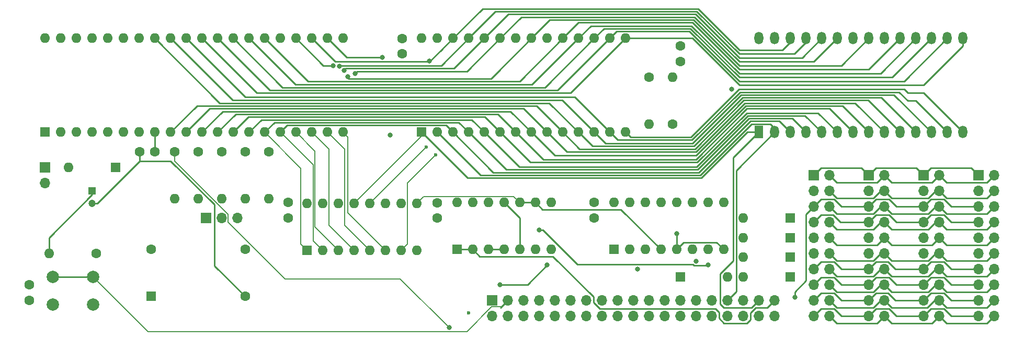
<source format=gbl>
%TF.GenerationSoftware,KiCad,Pcbnew,(5.1.9-0-10_14)*%
%TF.CreationDate,2021-04-28T18:12:29+02:00*%
%TF.ProjectId,mainboard,6d61696e-626f-4617-9264-2e6b69636164,rev?*%
%TF.SameCoordinates,Original*%
%TF.FileFunction,Copper,L4,Bot*%
%TF.FilePolarity,Positive*%
%FSLAX46Y46*%
G04 Gerber Fmt 4.6, Leading zero omitted, Abs format (unit mm)*
G04 Created by KiCad (PCBNEW (5.1.9-0-10_14)) date 2021-04-28 18:12:29*
%MOMM*%
%LPD*%
G01*
G04 APERTURE LIST*
%TA.AperFunction,ComponentPad*%
%ADD10O,1.600000X1.600000*%
%TD*%
%TA.AperFunction,ComponentPad*%
%ADD11R,1.600000X1.600000*%
%TD*%
%TA.AperFunction,ComponentPad*%
%ADD12O,1.700000X1.700000*%
%TD*%
%TA.AperFunction,ComponentPad*%
%ADD13R,1.700000X1.700000*%
%TD*%
%TA.AperFunction,ComponentPad*%
%ADD14C,1.600000*%
%TD*%
%TA.AperFunction,ComponentPad*%
%ADD15O,1.440000X2.000000*%
%TD*%
%TA.AperFunction,ComponentPad*%
%ADD16R,1.440000X2.000000*%
%TD*%
%TA.AperFunction,ComponentPad*%
%ADD17C,1.200000*%
%TD*%
%TA.AperFunction,ComponentPad*%
%ADD18R,1.200000X1.200000*%
%TD*%
%TA.AperFunction,ComponentPad*%
%ADD19C,2.000000*%
%TD*%
%TA.AperFunction,ViaPad*%
%ADD20C,0.800000*%
%TD*%
%TA.AperFunction,ViaPad*%
%ADD21C,0.600000*%
%TD*%
%TA.AperFunction,Conductor*%
%ADD22C,0.250000*%
%TD*%
%TA.AperFunction,Conductor*%
%ADD23C,0.140000*%
%TD*%
G04 APERTURE END LIST*
D10*
%TO.P,U5,16*%
%TO.N,VCC*%
X202438000Y94488000D03*
%TO.P,U5,8*%
%TO.N,GND*%
X220218000Y86868000D03*
%TO.P,U5,15*%
%TO.N,VCC*%
X204978000Y94488000D03*
%TO.P,U5,7*%
%TO.N,/a12*%
X217678000Y86868000D03*
%TO.P,U5,14*%
%TO.N,VCC*%
X207518000Y94488000D03*
%TO.P,U5,6*%
%TO.N,/a11*%
X215138000Y86868000D03*
%TO.P,U5,13*%
%TO.N,/a14*%
X210058000Y94488000D03*
%TO.P,U5,5*%
%TO.N,/a10*%
X212598000Y86868000D03*
%TO.P,U5,12*%
%TO.N,/a13*%
X212598000Y94488000D03*
%TO.P,U5,4*%
%TO.N,/a9*%
X210058000Y86868000D03*
%TO.P,U5,11*%
%TO.N,VCC*%
X215138000Y94488000D03*
%TO.P,U5,3*%
%TO.N,/a8*%
X207518000Y86868000D03*
%TO.P,U5,10*%
%TO.N,VCC*%
X217678000Y94488000D03*
%TO.P,U5,2*%
%TO.N,/a7*%
X204978000Y86868000D03*
%TO.P,U5,9*%
%TO.N,Net-(U3-Pad10)*%
X220218000Y94488000D03*
D11*
%TO.P,U5,1*%
%TO.N,/a6*%
X202438000Y86868000D03*
%TD*%
D10*
%TO.P,U3,14*%
%TO.N,VCC*%
X226695000Y94615000D03*
%TO.P,U3,7*%
%TO.N,GND*%
X241935000Y86995000D03*
%TO.P,U3,13*%
%TO.N,PHI1*%
X229235000Y94615000D03*
%TO.P,U3,6*%
%TO.N,RAM_CSB*%
X239395000Y86995000D03*
%TO.P,U3,12*%
%TO.N,BE*%
X231775000Y94615000D03*
%TO.P,U3,5*%
%TO.N,Net-(U3-Pad11)*%
X236855000Y86995000D03*
%TO.P,U3,11*%
X234315000Y94615000D03*
%TO.P,U3,4*%
%TO.N,ROM_CSB*%
X234315000Y86995000D03*
%TO.P,U3,10*%
%TO.N,Net-(U3-Pad10)*%
X236855000Y94615000D03*
%TO.P,U3,3*%
%TO.N,ROM_CSB*%
X231775000Y86995000D03*
%TO.P,U3,9*%
%TO.N,Net-(U3-Pad10)*%
X239395000Y94615000D03*
%TO.P,U3,2*%
%TO.N,/a15*%
X229235000Y86995000D03*
%TO.P,U3,8*%
%TO.N,RAM_OEB*%
X241935000Y94615000D03*
D11*
%TO.P,U3,1*%
%TO.N,/a15*%
X226695000Y86995000D03*
%TD*%
D12*
%TO.P,J1,20*%
%TO.N,/d7*%
X287020000Y76200000D03*
%TO.P,J1,19*%
%TO.N,/a3*%
X284480000Y76200000D03*
%TO.P,J1,18*%
%TO.N,/d6*%
X287020000Y78740000D03*
%TO.P,J1,17*%
%TO.N,/a2*%
X284480000Y78740000D03*
%TO.P,J1,16*%
%TO.N,/d5*%
X287020000Y81280000D03*
%TO.P,J1,15*%
%TO.N,/a1*%
X284480000Y81280000D03*
%TO.P,J1,14*%
%TO.N,/d4*%
X287020000Y83820000D03*
%TO.P,J1,13*%
%TO.N,/a0*%
X284480000Y83820000D03*
%TO.P,J1,12*%
%TO.N,/d3*%
X287020000Y86360000D03*
%TO.P,J1,11*%
%TO.N,N/C*%
X284480000Y86360000D03*
%TO.P,J1,10*%
%TO.N,/d2*%
X287020000Y88900000D03*
%TO.P,J1,9*%
%TO.N,IRQ1*%
X284480000Y88900000D03*
%TO.P,J1,8*%
%TO.N,/d1*%
X287020000Y91440000D03*
%TO.P,J1,7*%
%TO.N,PHI2*%
X284480000Y91440000D03*
%TO.P,J1,6*%
%TO.N,/d0*%
X287020000Y93980000D03*
%TO.P,J1,5*%
%TO.N,RES*%
X284480000Y93980000D03*
%TO.P,J1,4*%
%TO.N,RW*%
X287020000Y96520000D03*
%TO.P,J1,3*%
%TO.N,IO1*%
X284480000Y96520000D03*
%TO.P,J1,2*%
%TO.N,GND*%
X287020000Y99060000D03*
D13*
%TO.P,J1,1*%
%TO.N,VCC*%
X284480000Y99060000D03*
%TD*%
D10*
%TO.P,R5,2*%
%TO.N,VCC*%
X196215000Y95250000D03*
D14*
%TO.P,R5,1*%
%TO.N,RW*%
X196215000Y102870000D03*
%TD*%
D12*
%TO.P,J2,20*%
%TO.N,/d7*%
X295910000Y76200000D03*
%TO.P,J2,19*%
%TO.N,/a3*%
X293370000Y76200000D03*
%TO.P,J2,18*%
%TO.N,/d6*%
X295910000Y78740000D03*
%TO.P,J2,17*%
%TO.N,/a2*%
X293370000Y78740000D03*
%TO.P,J2,16*%
%TO.N,/d5*%
X295910000Y81280000D03*
%TO.P,J2,15*%
%TO.N,/a1*%
X293370000Y81280000D03*
%TO.P,J2,14*%
%TO.N,/d4*%
X295910000Y83820000D03*
%TO.P,J2,13*%
%TO.N,/a0*%
X293370000Y83820000D03*
%TO.P,J2,12*%
%TO.N,/d3*%
X295910000Y86360000D03*
%TO.P,J2,11*%
%TO.N,N/C*%
X293370000Y86360000D03*
%TO.P,J2,10*%
%TO.N,/d2*%
X295910000Y88900000D03*
%TO.P,J2,9*%
%TO.N,IRQ2*%
X293370000Y88900000D03*
%TO.P,J2,8*%
%TO.N,/d1*%
X295910000Y91440000D03*
%TO.P,J2,7*%
%TO.N,PHI2*%
X293370000Y91440000D03*
%TO.P,J2,6*%
%TO.N,/d0*%
X295910000Y93980000D03*
%TO.P,J2,5*%
%TO.N,RES*%
X293370000Y93980000D03*
%TO.P,J2,4*%
%TO.N,RW*%
X295910000Y96520000D03*
%TO.P,J2,3*%
%TO.N,IO2*%
X293370000Y96520000D03*
%TO.P,J2,2*%
%TO.N,GND*%
X295910000Y99060000D03*
D13*
%TO.P,J2,1*%
%TO.N,VCC*%
X293370000Y99060000D03*
%TD*%
D10*
%TO.P,D5,2*%
%TO.N,IRQ*%
X273050000Y82550000D03*
D11*
%TO.P,D5,1*%
%TO.N,IRQ4*%
X280670000Y82550000D03*
%TD*%
D10*
%TO.P,R8,2*%
%TO.N,ROM_WEB*%
X257810000Y107315000D03*
D14*
%TO.P,R8,1*%
%TO.N,VCC*%
X257810000Y114935000D03*
%TD*%
D10*
%TO.P,R7,2*%
%TO.N,GND*%
X261620000Y114935000D03*
D14*
%TO.P,R7,1*%
%TO.N,ROM_OEB*%
X261620000Y107315000D03*
%TD*%
D10*
%TO.P,R6,2*%
%TO.N,VCC*%
X192405000Y95250000D03*
D14*
%TO.P,R6,1*%
%TO.N,BE*%
X192405000Y102870000D03*
%TD*%
D10*
%TO.P,R4,2*%
%TO.N,VCC*%
X184785000Y95250000D03*
D14*
%TO.P,R4,1*%
%TO.N,IRQ*%
X184785000Y102870000D03*
%TD*%
D12*
%TO.P,J6,38*%
%TO.N,/d7*%
X278130000Y76200000D03*
%TO.P,J6,37*%
%TO.N,/a15*%
X278130000Y78740000D03*
%TO.P,J6,36*%
%TO.N,/d6*%
X275590000Y76200000D03*
%TO.P,J6,35*%
%TO.N,/a14*%
X275590000Y78740000D03*
%TO.P,J6,34*%
%TO.N,/d5*%
X273050000Y76200000D03*
%TO.P,J6,33*%
%TO.N,/a13*%
X273050000Y78740000D03*
%TO.P,J6,32*%
%TO.N,/d4*%
X270510000Y76200000D03*
%TO.P,J6,31*%
%TO.N,/a12*%
X270510000Y78740000D03*
%TO.P,J6,30*%
%TO.N,/d3*%
X267970000Y76200000D03*
%TO.P,J6,29*%
%TO.N,/a11*%
X267970000Y78740000D03*
%TO.P,J6,28*%
%TO.N,/d2*%
X265430000Y76200000D03*
%TO.P,J6,27*%
%TO.N,/a10*%
X265430000Y78740000D03*
%TO.P,J6,26*%
%TO.N,/d1*%
X262890000Y76200000D03*
%TO.P,J6,25*%
%TO.N,/a9*%
X262890000Y78740000D03*
%TO.P,J6,24*%
%TO.N,/d0*%
X260350000Y76200000D03*
%TO.P,J6,23*%
%TO.N,/a8*%
X260350000Y78740000D03*
%TO.P,J6,22*%
%TO.N,ROM_OEB*%
X257810000Y76200000D03*
%TO.P,J6,21*%
%TO.N,/a7*%
X257810000Y78740000D03*
%TO.P,J6,20*%
%TO.N,ROM_WEB*%
X255270000Y76200000D03*
%TO.P,J6,19*%
%TO.N,/a6*%
X255270000Y78740000D03*
%TO.P,J6,18*%
%TO.N,IRQ5*%
X252730000Y76200000D03*
%TO.P,J6,17*%
%TO.N,/a5*%
X252730000Y78740000D03*
%TO.P,J6,16*%
%TO.N,NMI*%
X250190000Y76200000D03*
%TO.P,J6,15*%
%TO.N,/a4*%
X250190000Y78740000D03*
%TO.P,J6,14*%
%TO.N,RDY*%
X247650000Y76200000D03*
%TO.P,J6,13*%
%TO.N,/a3*%
X247650000Y78740000D03*
%TO.P,J6,12*%
%TO.N,BE*%
X245110000Y76200000D03*
%TO.P,J6,11*%
%TO.N,/a2*%
X245110000Y78740000D03*
%TO.P,J6,10*%
%TO.N,SYNC*%
X242570000Y76200000D03*
%TO.P,J6,9*%
%TO.N,/a1*%
X242570000Y78740000D03*
%TO.P,J6,8*%
%TO.N,RW*%
X240030000Y76200000D03*
%TO.P,J6,7*%
%TO.N,/a0*%
X240030000Y78740000D03*
%TO.P,J6,6*%
%TO.N,PHI2*%
X237490000Y76200000D03*
%TO.P,J6,5*%
%TO.N,PHI1*%
X237490000Y78740000D03*
%TO.P,J6,4*%
%TO.N,CLK*%
X234950000Y76200000D03*
%TO.P,J6,3*%
%TO.N,RES*%
X234950000Y78740000D03*
%TO.P,J6,2*%
%TO.N,GND*%
X232410000Y76200000D03*
D13*
%TO.P,J6,1*%
%TO.N,VCC*%
X232410000Y78740000D03*
%TD*%
D10*
%TO.P,D6,2*%
%TO.N,IRQ*%
X270510000Y82550000D03*
D11*
%TO.P,D6,1*%
%TO.N,IRQ5*%
X262890000Y82550000D03*
%TD*%
D10*
%TO.P,D4,2*%
%TO.N,IRQ*%
X273050000Y85725000D03*
D11*
%TO.P,D4,1*%
%TO.N,IRQ3*%
X280670000Y85725000D03*
%TD*%
D10*
%TO.P,D3,2*%
%TO.N,IRQ*%
X273050000Y88900000D03*
D11*
%TO.P,D3,1*%
%TO.N,IRQ2*%
X280670000Y88900000D03*
%TD*%
D10*
%TO.P,D2,2*%
%TO.N,IRQ*%
X273050000Y92075000D03*
D11*
%TO.P,D2,1*%
%TO.N,IRQ1*%
X280670000Y92075000D03*
%TD*%
D14*
%TO.P,C5,2*%
%TO.N,GND*%
X199390000Y92115000D03*
%TO.P,C5,1*%
%TO.N,VCC*%
X199390000Y94615000D03*
%TD*%
D12*
%TO.P,J3,20*%
%TO.N,/d7*%
X304800000Y76200000D03*
%TO.P,J3,19*%
%TO.N,/a3*%
X302260000Y76200000D03*
%TO.P,J3,18*%
%TO.N,/d6*%
X304800000Y78740000D03*
%TO.P,J3,17*%
%TO.N,/a2*%
X302260000Y78740000D03*
%TO.P,J3,16*%
%TO.N,/d5*%
X304800000Y81280000D03*
%TO.P,J3,15*%
%TO.N,/a1*%
X302260000Y81280000D03*
%TO.P,J3,14*%
%TO.N,/d4*%
X304800000Y83820000D03*
%TO.P,J3,13*%
%TO.N,/a0*%
X302260000Y83820000D03*
%TO.P,J3,12*%
%TO.N,/d3*%
X304800000Y86360000D03*
%TO.P,J3,11*%
%TO.N,N/C*%
X302260000Y86360000D03*
%TO.P,J3,10*%
%TO.N,/d2*%
X304800000Y88900000D03*
%TO.P,J3,9*%
%TO.N,IRQ3*%
X302260000Y88900000D03*
%TO.P,J3,8*%
%TO.N,/d1*%
X304800000Y91440000D03*
%TO.P,J3,7*%
%TO.N,PHI2*%
X302260000Y91440000D03*
%TO.P,J3,6*%
%TO.N,/d0*%
X304800000Y93980000D03*
%TO.P,J3,5*%
%TO.N,RES*%
X302260000Y93980000D03*
%TO.P,J3,4*%
%TO.N,RW*%
X304800000Y96520000D03*
%TO.P,J3,3*%
%TO.N,IO3*%
X302260000Y96520000D03*
%TO.P,J3,2*%
%TO.N,GND*%
X304800000Y99060000D03*
D13*
%TO.P,J3,1*%
%TO.N,VCC*%
X302260000Y99060000D03*
%TD*%
D15*
%TO.P,U7,15*%
%TO.N,/d3*%
X308610000Y121285000D03*
%TO.P,U7,14*%
%TO.N,GND*%
X308610000Y106045000D03*
%TO.P,U7,16*%
%TO.N,/d4*%
X306070000Y121285000D03*
%TO.P,U7,13*%
%TO.N,/d2*%
X306070000Y106045000D03*
%TO.P,U7,17*%
%TO.N,/d5*%
X303530000Y121285000D03*
%TO.P,U7,12*%
%TO.N,/d1*%
X303530000Y106045000D03*
%TO.P,U7,18*%
%TO.N,/d6*%
X300990000Y121285000D03*
%TO.P,U7,11*%
%TO.N,/d0*%
X300990000Y106045000D03*
%TO.P,U7,19*%
%TO.N,/d7*%
X298450000Y121285000D03*
%TO.P,U7,10*%
%TO.N,/a0*%
X298450000Y106045000D03*
%TO.P,U7,20*%
%TO.N,ROM_CSB*%
X295910000Y121285000D03*
%TO.P,U7,9*%
%TO.N,/a1*%
X295910000Y106045000D03*
%TO.P,U7,21*%
%TO.N,/a10*%
X293370000Y121285000D03*
%TO.P,U7,8*%
%TO.N,/a2*%
X293370000Y106045000D03*
%TO.P,U7,22*%
%TO.N,ROM_OEB*%
X290830000Y121285000D03*
%TO.P,U7,7*%
%TO.N,/a3*%
X290830000Y106045000D03*
%TO.P,U7,23*%
%TO.N,/a11*%
X288290000Y121285000D03*
%TO.P,U7,6*%
%TO.N,/a4*%
X288290000Y106045000D03*
%TO.P,U7,24*%
%TO.N,/a9*%
X285750000Y121285000D03*
%TO.P,U7,5*%
%TO.N,/a5*%
X285750000Y106045000D03*
%TO.P,U7,25*%
%TO.N,/a8*%
X283210000Y121285000D03*
%TO.P,U7,4*%
%TO.N,/a6*%
X283210000Y106045000D03*
%TO.P,U7,26*%
%TO.N,/a13*%
X280670000Y121285000D03*
%TO.P,U7,3*%
%TO.N,/a7*%
X280670000Y106045000D03*
%TO.P,U7,27*%
%TO.N,ROM_WEB*%
X278130000Y121285000D03*
%TO.P,U7,2*%
%TO.N,/a12*%
X278130000Y106045000D03*
%TO.P,U7,28*%
%TO.N,VCC*%
X275590000Y121285000D03*
D16*
%TO.P,U7,1*%
%TO.N,/a14*%
X275590000Y106045000D03*
%TD*%
D10*
%TO.P,U6,28*%
%TO.N,VCC*%
X220980000Y121285000D03*
%TO.P,U6,14*%
%TO.N,GND*%
X254000000Y106045000D03*
%TO.P,U6,27*%
%TO.N,RW*%
X223520000Y121285000D03*
%TO.P,U6,13*%
%TO.N,/d2*%
X251460000Y106045000D03*
%TO.P,U6,26*%
%TO.N,/a13*%
X226060000Y121285000D03*
%TO.P,U6,12*%
%TO.N,/d1*%
X248920000Y106045000D03*
%TO.P,U6,25*%
%TO.N,/a8*%
X228600000Y121285000D03*
%TO.P,U6,11*%
%TO.N,/d0*%
X246380000Y106045000D03*
%TO.P,U6,24*%
%TO.N,/a9*%
X231140000Y121285000D03*
%TO.P,U6,10*%
%TO.N,/a0*%
X243840000Y106045000D03*
%TO.P,U6,23*%
%TO.N,/a11*%
X233680000Y121285000D03*
%TO.P,U6,9*%
%TO.N,/a1*%
X241300000Y106045000D03*
%TO.P,U6,22*%
%TO.N,RAM_OEB*%
X236220000Y121285000D03*
%TO.P,U6,8*%
%TO.N,/a2*%
X238760000Y106045000D03*
%TO.P,U6,21*%
%TO.N,/a10*%
X238760000Y121285000D03*
%TO.P,U6,7*%
%TO.N,/a3*%
X236220000Y106045000D03*
%TO.P,U6,20*%
%TO.N,RAM_CSB*%
X241300000Y121285000D03*
%TO.P,U6,6*%
%TO.N,/a4*%
X233680000Y106045000D03*
%TO.P,U6,19*%
%TO.N,/d7*%
X243840000Y121285000D03*
%TO.P,U6,5*%
%TO.N,/a5*%
X231140000Y106045000D03*
%TO.P,U6,18*%
%TO.N,/d6*%
X246380000Y121285000D03*
%TO.P,U6,4*%
%TO.N,/a6*%
X228600000Y106045000D03*
%TO.P,U6,17*%
%TO.N,/d5*%
X248920000Y121285000D03*
%TO.P,U6,3*%
%TO.N,/a7*%
X226060000Y106045000D03*
%TO.P,U6,16*%
%TO.N,/d4*%
X251460000Y121285000D03*
%TO.P,U6,2*%
%TO.N,/a12*%
X223520000Y106045000D03*
%TO.P,U6,15*%
%TO.N,/d3*%
X254000000Y121285000D03*
D11*
%TO.P,U6,1*%
%TO.N,/a14*%
X220980000Y106045000D03*
%TD*%
D10*
%TO.P,R3,2*%
%TO.N,VCC*%
X188595000Y95250000D03*
D14*
%TO.P,R3,1*%
%TO.N,NMI*%
X188595000Y102870000D03*
%TD*%
D12*
%TO.P,J5,2*%
%TO.N,GND*%
X160020000Y97790000D03*
D13*
%TO.P,J5,1*%
%TO.N,Net-(D1-Pad2)*%
X160020000Y100330000D03*
%TD*%
D10*
%TO.P,D1,2*%
%TO.N,Net-(D1-Pad2)*%
X163830000Y100330000D03*
D11*
%TO.P,D1,1*%
%TO.N,VCC*%
X171450000Y100330000D03*
%TD*%
D17*
%TO.P,C8,2*%
%TO.N,GND*%
X167640000Y94520000D03*
D18*
%TO.P,C8,1*%
%TO.N,VCC*%
X167640000Y96520000D03*
%TD*%
D14*
%TO.P,C7,2*%
%TO.N,GND*%
X248920000Y92115000D03*
%TO.P,C7,1*%
%TO.N,VCC*%
X248920000Y94615000D03*
%TD*%
%TO.P,C6,2*%
%TO.N,GND*%
X223520000Y92075000D03*
%TO.P,C6,1*%
%TO.N,VCC*%
X223520000Y94575000D03*
%TD*%
%TO.P,C4,2*%
%TO.N,GND*%
X262890000Y117515000D03*
%TO.P,C4,1*%
%TO.N,VCC*%
X262890000Y120015000D03*
%TD*%
%TO.P,C3,2*%
%TO.N,GND*%
X217805000Y118745000D03*
%TO.P,C3,1*%
%TO.N,VCC*%
X217805000Y121245000D03*
%TD*%
%TO.P,C2,2*%
%TO.N,GND*%
X175300000Y102870000D03*
%TO.P,C2,1*%
%TO.N,VCC*%
X177800000Y102870000D03*
%TD*%
%TO.P,C1,1*%
%TO.N,GND*%
X157480000Y78740000D03*
%TO.P,C1,2*%
%TO.N,RES*%
X157480000Y81240000D03*
%TD*%
%TO.P,R1,1*%
%TO.N,RDY*%
X180975000Y102870000D03*
D10*
%TO.P,R1,2*%
%TO.N,VCC*%
X180975000Y95250000D03*
%TD*%
%TO.P,R2,2*%
%TO.N,VCC*%
X160655000Y86360000D03*
D14*
%TO.P,R2,1*%
%TO.N,RES*%
X168275000Y86360000D03*
%TD*%
D19*
%TO.P,SW1,2*%
%TO.N,GND*%
X161290000Y78050000D03*
%TO.P,SW1,1*%
%TO.N,RES*%
X161290000Y82550000D03*
%TO.P,SW1,2*%
%TO.N,GND*%
X167790000Y78050000D03*
%TO.P,SW1,1*%
%TO.N,RES*%
X167790000Y82550000D03*
%TD*%
D11*
%TO.P,U1,1*%
%TO.N,N/C*%
X160020000Y106045000D03*
D10*
%TO.P,U1,21*%
%TO.N,GND*%
X208280000Y121285000D03*
%TO.P,U1,2*%
%TO.N,RDY*%
X162560000Y106045000D03*
%TO.P,U1,22*%
%TO.N,/a12*%
X205740000Y121285000D03*
%TO.P,U1,3*%
%TO.N,PHI1*%
X165100000Y106045000D03*
%TO.P,U1,23*%
%TO.N,/a13*%
X203200000Y121285000D03*
%TO.P,U1,4*%
%TO.N,IRQ*%
X167640000Y106045000D03*
%TO.P,U1,24*%
%TO.N,/a14*%
X200660000Y121285000D03*
%TO.P,U1,5*%
%TO.N,N/C*%
X170180000Y106045000D03*
%TO.P,U1,25*%
%TO.N,/a15*%
X198120000Y121285000D03*
%TO.P,U1,6*%
%TO.N,NMI*%
X172720000Y106045000D03*
%TO.P,U1,26*%
%TO.N,/d7*%
X195580000Y121285000D03*
%TO.P,U1,7*%
%TO.N,SYNC*%
X175260000Y106045000D03*
%TO.P,U1,27*%
%TO.N,/d6*%
X193040000Y121285000D03*
%TO.P,U1,8*%
%TO.N,VCC*%
X177800000Y106045000D03*
%TO.P,U1,28*%
%TO.N,/d5*%
X190500000Y121285000D03*
%TO.P,U1,9*%
%TO.N,/a0*%
X180340000Y106045000D03*
%TO.P,U1,29*%
%TO.N,/d4*%
X187960000Y121285000D03*
%TO.P,U1,10*%
%TO.N,/a1*%
X182880000Y106045000D03*
%TO.P,U1,30*%
%TO.N,/d3*%
X185420000Y121285000D03*
%TO.P,U1,11*%
%TO.N,/a2*%
X185420000Y106045000D03*
%TO.P,U1,31*%
%TO.N,/d2*%
X182880000Y121285000D03*
%TO.P,U1,12*%
%TO.N,/a3*%
X187960000Y106045000D03*
%TO.P,U1,32*%
%TO.N,/d1*%
X180340000Y121285000D03*
%TO.P,U1,13*%
%TO.N,/a4*%
X190500000Y106045000D03*
%TO.P,U1,33*%
%TO.N,/d0*%
X177800000Y121285000D03*
%TO.P,U1,14*%
%TO.N,/a5*%
X193040000Y106045000D03*
%TO.P,U1,34*%
%TO.N,RW*%
X175260000Y121285000D03*
%TO.P,U1,15*%
%TO.N,/a6*%
X195580000Y106045000D03*
%TO.P,U1,35*%
%TO.N,N/C*%
X172720000Y121285000D03*
%TO.P,U1,16*%
%TO.N,/a7*%
X198120000Y106045000D03*
%TO.P,U1,36*%
%TO.N,BE*%
X170180000Y121285000D03*
%TO.P,U1,17*%
%TO.N,/a8*%
X200660000Y106045000D03*
%TO.P,U1,37*%
%TO.N,CLK*%
X167640000Y121285000D03*
%TO.P,U1,18*%
%TO.N,/a9*%
X203200000Y106045000D03*
%TO.P,U1,38*%
%TO.N,N/C*%
X165100000Y121285000D03*
%TO.P,U1,19*%
%TO.N,/a10*%
X205740000Y106045000D03*
%TO.P,U1,39*%
%TO.N,PHI2*%
X162560000Y121285000D03*
%TO.P,U1,20*%
%TO.N,/a11*%
X208280000Y106045000D03*
%TO.P,U1,40*%
%TO.N,RES*%
X160020000Y121285000D03*
%TD*%
D11*
%TO.P,U4,1*%
%TO.N,/a4*%
X252095000Y86995000D03*
D10*
%TO.P,U4,9*%
%TO.N,IO3*%
X269875000Y94615000D03*
%TO.P,U4,2*%
%TO.N,/a5*%
X254635000Y86995000D03*
%TO.P,U4,10*%
%TO.N,IO2*%
X267335000Y94615000D03*
%TO.P,U4,3*%
%TO.N,/a6*%
X257175000Y86995000D03*
%TO.P,U4,11*%
%TO.N,IO1*%
X264795000Y94615000D03*
%TO.P,U4,4*%
%TO.N,Net-(U3-Pad10)*%
X259715000Y86995000D03*
%TO.P,U4,12*%
%TO.N,N/C*%
X262255000Y94615000D03*
%TO.P,U4,5*%
%TO.N,GND*%
X262255000Y86995000D03*
%TO.P,U4,13*%
%TO.N,N/C*%
X259715000Y94615000D03*
%TO.P,U4,6*%
%TO.N,ROM_CSB*%
X264795000Y86995000D03*
%TO.P,U4,14*%
%TO.N,N/C*%
X257175000Y94615000D03*
%TO.P,U4,7*%
%TO.N,IO4*%
X267335000Y86995000D03*
%TO.P,U4,15*%
%TO.N,N/C*%
X254635000Y94615000D03*
%TO.P,U4,8*%
%TO.N,GND*%
X269875000Y86995000D03*
%TO.P,U4,16*%
%TO.N,VCC*%
X252095000Y94615000D03*
%TD*%
D13*
%TO.P,J4,1*%
%TO.N,VCC*%
X311150000Y99060000D03*
D12*
%TO.P,J4,2*%
%TO.N,GND*%
X313690000Y99060000D03*
%TO.P,J4,3*%
%TO.N,IO4*%
X311150000Y96520000D03*
%TO.P,J4,4*%
%TO.N,RW*%
X313690000Y96520000D03*
%TO.P,J4,5*%
%TO.N,RES*%
X311150000Y93980000D03*
%TO.P,J4,6*%
%TO.N,/d0*%
X313690000Y93980000D03*
%TO.P,J4,7*%
%TO.N,PHI2*%
X311150000Y91440000D03*
%TO.P,J4,8*%
%TO.N,/d1*%
X313690000Y91440000D03*
%TO.P,J4,9*%
%TO.N,IRQ4*%
X311150000Y88900000D03*
%TO.P,J4,10*%
%TO.N,/d2*%
X313690000Y88900000D03*
%TO.P,J4,11*%
%TO.N,N/C*%
X311150000Y86360000D03*
%TO.P,J4,12*%
%TO.N,/d3*%
X313690000Y86360000D03*
%TO.P,J4,13*%
%TO.N,/a0*%
X311150000Y83820000D03*
%TO.P,J4,14*%
%TO.N,/d4*%
X313690000Y83820000D03*
%TO.P,J4,15*%
%TO.N,/a1*%
X311150000Y81280000D03*
%TO.P,J4,16*%
%TO.N,/d5*%
X313690000Y81280000D03*
%TO.P,J4,17*%
%TO.N,/a2*%
X311150000Y78740000D03*
%TO.P,J4,18*%
%TO.N,/d6*%
X313690000Y78740000D03*
%TO.P,J4,19*%
%TO.N,/a3*%
X311150000Y76200000D03*
%TO.P,J4,20*%
%TO.N,/d7*%
X313690000Y76200000D03*
%TD*%
D13*
%TO.P,J8,1*%
%TO.N,N/C*%
X186055000Y92075000D03*
D12*
%TO.P,J8,2*%
%TO.N,Net-(J8-Pad2)*%
X188595000Y92075000D03*
%TO.P,J8,3*%
%TO.N,CLK*%
X191135000Y92075000D03*
%TD*%
D11*
%TO.P,X1,1*%
%TO.N,N/C*%
X177165000Y79375000D03*
D14*
%TO.P,X1,14*%
%TO.N,VCC*%
X177165000Y86995000D03*
%TO.P,X1,8*%
%TO.N,Net-(J8-Pad2)*%
X192405000Y86995000D03*
%TO.P,X1,7*%
%TO.N,GND*%
X192405000Y79375000D03*
%TD*%
D20*
%TO.N,RES*%
X281417154Y79262846D03*
%TO.N,IRQ*%
X240030000Y90170000D03*
X267335000Y84455000D03*
D21*
%TO.N,NMI*%
X228600000Y76708000D03*
D20*
%TO.N,/a12*%
X214630000Y118200000D03*
D21*
X223266000Y102362000D03*
D20*
%TO.N,/a13*%
X222250000Y117565000D03*
D21*
X221742000Y103632000D03*
D20*
%TO.N,/a14*%
X206633641Y116855339D03*
%TO.N,/a8*%
X207645000Y116750000D03*
%TO.N,/a9*%
X208403836Y116098716D03*
%TO.N,/a10*%
X209005000Y115025000D03*
%TO.N,/a11*%
X210185000Y115570000D03*
%TO.N,GND*%
X262255000Y89535000D03*
X233680000Y81280000D03*
X241300000Y84455000D03*
%TO.N,ROM_OEB*%
X265430000Y85090000D03*
X271145000Y113030000D03*
%TO.N,ROM_WEB*%
X255905000Y83820000D03*
%TO.N,RDY*%
X225425000Y74295000D03*
%TO.N,PHI1*%
X215900000Y105590001D03*
%TD*%
D22*
%TO.N,RES*%
X167790000Y82550000D02*
X161290000Y82550000D01*
X307338590Y93980000D02*
X311150000Y93980000D01*
X305528589Y95155001D02*
X306703590Y93980000D01*
X303435001Y95155001D02*
X305528589Y95155001D01*
X302260000Y93980000D02*
X303435001Y95155001D01*
X297813590Y93980000D02*
X302260000Y93980000D01*
X294545001Y95155001D02*
X296638589Y95155001D01*
X296638589Y95155001D02*
X297813590Y93980000D01*
X293370000Y93980000D02*
X294545001Y95155001D01*
X288923590Y93980000D02*
X293370000Y93980000D01*
X287748589Y95155001D02*
X288923590Y93980000D01*
X285655001Y95155001D02*
X287748589Y95155001D01*
X284480000Y93980000D02*
X285655001Y95155001D01*
X306703590Y93980000D02*
X307338590Y93980000D01*
X283210000Y92710000D02*
X283210000Y81915000D01*
X284480000Y93980000D02*
X283210000Y92710000D01*
X281417154Y79262846D02*
X281417154Y80122154D01*
X281417154Y80122154D02*
X283210000Y81915000D01*
X234950000Y78740000D02*
X233774999Y77564999D01*
D23*
X233889999Y77679999D02*
X234950000Y78740000D01*
X232321197Y77679999D02*
X233889999Y77679999D01*
X176655001Y73684999D02*
X228326197Y73684999D01*
X228326197Y73684999D02*
X232321197Y77679999D01*
X167790000Y82550000D02*
X176655001Y73684999D01*
D22*
%TO.N,IRQ*%
X267244999Y84364999D02*
X267335000Y84455000D01*
X265081999Y84364999D02*
X267244999Y84364999D01*
X264901997Y84545001D02*
X265081999Y84364999D01*
X246220684Y84545001D02*
X264901997Y84545001D01*
X240595685Y90170000D02*
X246220684Y84545001D01*
X240030000Y90170000D02*
X240595685Y90170000D01*
%TO.N,/a0*%
X246564990Y103320010D02*
X243840000Y106045000D01*
X265233730Y103320010D02*
X246564990Y103320010D01*
X273118749Y111205029D02*
X265233730Y103320010D01*
X293289970Y111205030D02*
X273118749Y111205029D01*
X298450000Y106045000D02*
X293289970Y111205030D01*
X239564933Y110320067D02*
X243840000Y106045000D01*
X184615067Y110320067D02*
X239564933Y110320067D01*
X180340000Y106045000D02*
X184615067Y110320067D01*
X297649002Y83820000D02*
X302260000Y83820000D01*
X294545001Y84995001D02*
X296474001Y84995001D01*
X296474001Y84995001D02*
X297649002Y83820000D01*
X293370000Y83820000D02*
X294545001Y84995001D01*
X288923590Y83820000D02*
X293370000Y83820000D01*
X287748589Y84995001D02*
X288923590Y83820000D01*
X285655001Y84995001D02*
X287748589Y84995001D01*
X284480000Y83820000D02*
X285655001Y84995001D01*
X303435001Y84995001D02*
X302260000Y83820000D01*
X305528589Y84995001D02*
X303435001Y84995001D01*
X306703590Y83820000D02*
X305528589Y84995001D01*
X311150000Y83820000D02*
X306703590Y83820000D01*
%TO.N,/a1*%
X273305150Y110755020D02*
X291199980Y110755020D01*
X244475000Y102870000D02*
X265420130Y102870000D01*
X291199980Y110755020D02*
X295910000Y106045000D01*
X265420130Y102870000D02*
X273305150Y110755020D01*
X241300000Y106045000D02*
X244475000Y102870000D01*
X237474943Y109870057D02*
X241300000Y106045000D01*
X186705057Y109870057D02*
X237474943Y109870057D01*
X182880000Y106045000D02*
X186705057Y109870057D01*
X297813590Y81280000D02*
X302260000Y81280000D01*
X294545001Y82455001D02*
X296638589Y82455001D01*
X296638589Y82455001D02*
X297813590Y81280000D01*
X293370000Y81280000D02*
X294545001Y82455001D01*
X287748589Y82455001D02*
X288923590Y81280000D01*
X288923590Y81280000D02*
X293370000Y81280000D01*
X285655001Y82455001D02*
X287748589Y82455001D01*
X284480000Y81280000D02*
X285655001Y82455001D01*
X303435001Y82455001D02*
X302260000Y81280000D01*
X306703590Y81280000D02*
X305528589Y82455001D01*
X305528589Y82455001D02*
X303435001Y82455001D01*
X311150000Y81280000D02*
X306703590Y81280000D01*
%TO.N,/a2*%
X289109990Y110305010D02*
X293370000Y106045000D01*
X273491550Y110305010D02*
X289109990Y110305010D01*
X265421540Y102235000D02*
X273491550Y110305010D01*
X242570000Y102235000D02*
X265421540Y102235000D01*
X238760000Y106045000D02*
X242570000Y102235000D01*
X235384953Y109420047D02*
X238760000Y106045000D01*
X188795047Y109420047D02*
X235384953Y109420047D01*
X185420000Y106045000D02*
X188795047Y109420047D01*
X307338590Y78740000D02*
X311150000Y78740000D01*
X305528589Y79915001D02*
X306703590Y78740000D01*
X303435001Y79915001D02*
X305528589Y79915001D01*
X302260000Y78740000D02*
X303435001Y79915001D01*
X297649002Y78740000D02*
X302260000Y78740000D01*
X296474001Y79915001D02*
X297649002Y78740000D01*
X294545001Y79915001D02*
X296474001Y79915001D01*
X293370000Y78740000D02*
X294545001Y79915001D01*
X288923590Y78740000D02*
X293370000Y78740000D01*
X287748589Y79915001D02*
X288923590Y78740000D01*
X285655001Y79915001D02*
X287748589Y79915001D01*
X284480000Y78740000D02*
X285655001Y79915001D01*
X307338590Y78740000D02*
X306705000Y78740000D01*
%TO.N,/a3*%
X265422950Y101600000D02*
X240665000Y101600000D01*
X273677950Y109855000D02*
X265422950Y101600000D01*
X240665000Y101600000D02*
X236220000Y106045000D01*
X287020000Y109855000D02*
X273677950Y109855000D01*
X290830000Y106045000D02*
X287020000Y109855000D01*
X233294962Y108970038D02*
X236220000Y106045000D01*
X190885038Y108970038D02*
X233294962Y108970038D01*
X187960000Y106045000D02*
X190885038Y108970038D01*
X307338590Y76200000D02*
X311150000Y76200000D01*
X305528589Y77375001D02*
X306703590Y76200000D01*
X303435001Y77375001D02*
X305528589Y77375001D01*
X302260000Y76200000D02*
X303435001Y77375001D01*
X296638589Y77375001D02*
X297813590Y76200000D01*
X294545001Y77375001D02*
X296638589Y77375001D01*
X297813590Y76200000D02*
X302260000Y76200000D01*
X293370000Y76200000D02*
X294545001Y77375001D01*
X288923590Y76200000D02*
X293370000Y76200000D01*
X287748589Y77375001D02*
X288923590Y76200000D01*
X285655001Y77375001D02*
X287748589Y77375001D01*
X284480000Y76200000D02*
X285655001Y77375001D01*
X307338590Y76200000D02*
X306705000Y76200000D01*
%TO.N,RW*%
X304163590Y96520000D02*
X304800000Y96520000D01*
X302988589Y95344999D02*
X304163590Y96520000D01*
X297085001Y95344999D02*
X302988589Y95344999D01*
X295910000Y96520000D02*
X297085001Y95344999D01*
X295273590Y96520000D02*
X295910000Y96520000D01*
X294098589Y95344999D02*
X295273590Y96520000D01*
X288195001Y95344999D02*
X294098589Y95344999D01*
X287020000Y96520000D02*
X288195001Y95344999D01*
X305975001Y95344999D02*
X304800000Y96520000D01*
X312514999Y95344999D02*
X305975001Y95344999D01*
X313690000Y96520000D02*
X312514999Y95344999D01*
%TO.N,/d0*%
X265047330Y103770020D02*
X248654980Y103770020D01*
X272932348Y111655038D02*
X265047330Y103770020D01*
X248654980Y103770020D02*
X246380000Y106045000D01*
X272945040Y111655040D02*
X272945038Y111655038D01*
X295379960Y111655040D02*
X272945040Y111655040D01*
X272945038Y111655038D02*
X272932348Y111655038D01*
X300990000Y106045000D02*
X295379960Y111655040D01*
X177800000Y121285000D02*
X188314923Y110770077D01*
X241654923Y110770077D02*
X246380000Y106045000D01*
X188314923Y110770077D02*
X241654923Y110770077D01*
X304163590Y93980000D02*
X304800000Y93980000D01*
X302988589Y92804999D02*
X304163590Y93980000D01*
X297085001Y92804999D02*
X302988589Y92804999D01*
X295910000Y93980000D02*
X297085001Y92804999D01*
X295273590Y93980000D02*
X295910000Y93980000D01*
X294098589Y92804999D02*
X295273590Y93980000D01*
X288195001Y92804999D02*
X294098589Y92804999D01*
X287020000Y93980000D02*
X288195001Y92804999D01*
X305975001Y92804999D02*
X304800000Y93980000D01*
X312514999Y92804999D02*
X305975001Y92804999D01*
X313690000Y93980000D02*
X312514999Y92804999D01*
%TO.N,/d1*%
X297469950Y112105050D02*
X303530000Y106045000D01*
X248920000Y106045000D02*
X250744970Y104220030D01*
X262970030Y104220030D02*
X264860930Y104220030D01*
X250744970Y104220030D02*
X262970030Y104220030D01*
X262970030Y104220030D02*
X263338600Y104220030D01*
X272745950Y112105050D02*
X273395050Y112105050D01*
X273395050Y112105050D02*
X297469950Y112105050D01*
X264860930Y104220030D02*
X272745950Y112105050D01*
X190404913Y111220087D02*
X180340000Y121285000D01*
X243744913Y111220087D02*
X190404913Y111220087D01*
X248920000Y106045000D02*
X243744913Y111220087D01*
X302988589Y90264999D02*
X304163590Y91440000D01*
X304163590Y91440000D02*
X304800000Y91440000D01*
X297085001Y90264999D02*
X302988589Y90264999D01*
X295910000Y91440000D02*
X297085001Y90264999D01*
X295273590Y91440000D02*
X295910000Y91440000D01*
X294098589Y90264999D02*
X295273590Y91440000D01*
X288195001Y90264999D02*
X294098589Y90264999D01*
X287020000Y91440000D02*
X288195001Y90264999D01*
X312514999Y90264999D02*
X305975001Y90264999D01*
X305975001Y90264999D02*
X304800000Y91440000D01*
X313690000Y91440000D02*
X312514999Y90264999D01*
%TO.N,/d2*%
X182880000Y121285000D02*
X192405000Y111760000D01*
X245745000Y111760000D02*
X251460000Y106045000D01*
X192405000Y111760000D02*
X245745000Y111760000D01*
X300990000Y111125000D02*
X306070000Y106045000D01*
X298289940Y112555060D02*
X299720000Y111125000D01*
X272559550Y112555060D02*
X298289940Y112555060D01*
X264779490Y104775000D02*
X272559550Y112555060D01*
X252730000Y104775000D02*
X264779490Y104775000D01*
X299720000Y111125000D02*
X300990000Y111125000D01*
X251460000Y106045000D02*
X252730000Y104775000D01*
X303624999Y87724999D02*
X304800000Y88900000D01*
X297085001Y87724999D02*
X303624999Y87724999D01*
X295910000Y88900000D02*
X297085001Y87724999D01*
X294734999Y87724999D02*
X295910000Y88900000D01*
X288195001Y87724999D02*
X294734999Y87724999D01*
X287020000Y88900000D02*
X288195001Y87724999D01*
X312514999Y87724999D02*
X305975001Y87724999D01*
X305975001Y87724999D02*
X304800000Y88900000D01*
X313690000Y88900000D02*
X312514999Y87724999D01*
%TO.N,/d3*%
X264795000Y121285000D02*
X254000000Y121285000D01*
X302240000Y113665000D02*
X272415000Y113665000D01*
X308610000Y120035000D02*
X302240000Y113665000D01*
X272415000Y113665000D02*
X264795000Y121285000D01*
X308610000Y121285000D02*
X308610000Y120035000D01*
X185420000Y121285000D02*
X194310000Y112395000D01*
X245110000Y112395000D02*
X254000000Y121285000D01*
X194310000Y112395000D02*
X245110000Y112395000D01*
X304163590Y86360000D02*
X304800000Y86360000D01*
X297085001Y85184999D02*
X302988589Y85184999D01*
X302988589Y85184999D02*
X304163590Y86360000D01*
X295910000Y86360000D02*
X297085001Y85184999D01*
X295273590Y86360000D02*
X295910000Y86360000D01*
X294098589Y85184999D02*
X295273590Y86360000D01*
X288195001Y85184999D02*
X294098589Y85184999D01*
X287020000Y86360000D02*
X288195001Y85184999D01*
X305975001Y85184999D02*
X304800000Y86360000D01*
X312514999Y85184999D02*
X305975001Y85184999D01*
X313690000Y86360000D02*
X312514999Y85184999D01*
%TO.N,/d4*%
X306070000Y121285000D02*
X299085000Y114300000D01*
X272416410Y114300000D02*
X264796410Y121920000D01*
X299085000Y114300000D02*
X272416410Y114300000D01*
X264796410Y121920000D02*
X264795000Y121920000D01*
X252585001Y122410001D02*
X251460000Y121285000D01*
X264304999Y122410001D02*
X252585001Y122410001D01*
X264795000Y121920000D02*
X264304999Y122410001D01*
X251460000Y121285000D02*
X243020010Y112845010D01*
X196399990Y112845010D02*
X187960000Y121285000D01*
X243020010Y112845010D02*
X196399990Y112845010D01*
X312514999Y82644999D02*
X313690000Y83820000D01*
X304800000Y83820000D02*
X305975001Y82644999D01*
X304163590Y83820000D02*
X304800000Y83820000D01*
X297085001Y82644999D02*
X302988589Y82644999D01*
X302988589Y82644999D02*
X304163590Y83820000D01*
X295910000Y83820000D02*
X297085001Y82644999D01*
X294098589Y82644999D02*
X295273590Y83820000D01*
X295273590Y83820000D02*
X295910000Y83820000D01*
X288195001Y82644999D02*
X294098589Y82644999D01*
X287020000Y83820000D02*
X288195001Y82644999D01*
X306799999Y82644999D02*
X305975001Y82644999D01*
X306610001Y82644999D02*
X306799999Y82644999D01*
X306799999Y82644999D02*
X312514999Y82644999D01*
%TO.N,/d5*%
X303530000Y121285000D02*
X297180000Y114935000D01*
X297180000Y114935000D02*
X272417820Y114935000D01*
X250495010Y122860010D02*
X248920000Y121285000D01*
X264492810Y122860010D02*
X250495010Y122860010D01*
X272417820Y114935000D02*
X264492810Y122860010D01*
X190500000Y121285000D02*
X198489980Y113295020D01*
X240930020Y113295020D02*
X248920000Y121285000D01*
X198489980Y113295020D02*
X240930020Y113295020D01*
X304163590Y81280000D02*
X304800000Y81280000D01*
X302988589Y80104999D02*
X304163590Y81280000D01*
X297085001Y80104999D02*
X302988589Y80104999D01*
X295910000Y81280000D02*
X297085001Y80104999D01*
X295273590Y81280000D02*
X295910000Y81280000D01*
X294098589Y80104999D02*
X295273590Y81280000D01*
X288195001Y80104999D02*
X294098589Y80104999D01*
X287020000Y81280000D02*
X288195001Y80104999D01*
X305975001Y80104999D02*
X304800000Y81280000D01*
X312514999Y80104999D02*
X305975001Y80104999D01*
X313690000Y81280000D02*
X312514999Y80104999D01*
%TO.N,/d6*%
X300990000Y121285000D02*
X295275000Y115570000D01*
X295275000Y115570000D02*
X272419230Y115570000D01*
X272419230Y115570000D02*
X264679210Y123310020D01*
X248405020Y123310020D02*
X246380000Y121285000D01*
X264679210Y123310020D02*
X248405020Y123310020D01*
X246380000Y121285000D02*
X238840030Y113745030D01*
X200579970Y113745030D02*
X193040000Y121285000D01*
X238840030Y113745030D02*
X200579970Y113745030D01*
X302824001Y77564999D02*
X303999002Y78740000D01*
X303999002Y78740000D02*
X304800000Y78740000D01*
X297085001Y77564999D02*
X302824001Y77564999D01*
X295910000Y78740000D02*
X297085001Y77564999D01*
X295273590Y78740000D02*
X295910000Y78740000D01*
X294098589Y77564999D02*
X295273590Y78740000D01*
X288195001Y77564999D02*
X294098589Y77564999D01*
X287020000Y78740000D02*
X288195001Y77564999D01*
X305975001Y77564999D02*
X304800000Y78740000D01*
X312514999Y77564999D02*
X305975001Y77564999D01*
X313690000Y78740000D02*
X312514999Y77564999D01*
%TO.N,/d7*%
X298450000Y121285000D02*
X293370000Y116205000D01*
X293370000Y116205000D02*
X272420640Y116205000D01*
X272420640Y116205000D02*
X264800640Y123825000D01*
X246380000Y123825000D02*
X243840000Y121285000D01*
X264800640Y123825000D02*
X246380000Y123825000D01*
X236855000Y114300000D02*
X243840000Y121285000D01*
X202565000Y114300000D02*
X236855000Y114300000D01*
X195580000Y121285000D02*
X202565000Y114300000D01*
X312514999Y75024999D02*
X313690000Y76200000D01*
X304800000Y76200000D02*
X305975001Y75024999D01*
X303624999Y75024999D02*
X304800000Y76200000D01*
X297085001Y75024999D02*
X303624999Y75024999D01*
X295910000Y76200000D02*
X297085001Y75024999D01*
X294734999Y75024999D02*
X295910000Y76200000D01*
X288195001Y75024999D02*
X294734999Y75024999D01*
X287020000Y76200000D02*
X288195001Y75024999D01*
X306799999Y75024999D02*
X305975001Y75024999D01*
X306610001Y75024999D02*
X306799999Y75024999D01*
X306799999Y75024999D02*
X312514999Y75024999D01*
%TO.N,/a12*%
X278130000Y106045000D02*
X278130000Y106680000D01*
X277439999Y107370001D02*
X274375001Y107370001D01*
X278130000Y106680000D02*
X277439999Y107370001D01*
X274375001Y107370001D02*
X266065000Y99060000D01*
X230505000Y99060000D02*
X223520000Y106045000D01*
X266065000Y99060000D02*
X230505000Y99060000D01*
X208825000Y118200000D02*
X214630000Y118200000D01*
X205740000Y121285000D02*
X208825000Y118200000D01*
X271924999Y99839999D02*
X278130000Y106045000D01*
X271924999Y80154999D02*
X271924999Y99839999D01*
X270510000Y78740000D02*
X271924999Y80154999D01*
D23*
X218688001Y97784001D02*
X223266000Y102362000D01*
X218688001Y87878001D02*
X218688001Y97784001D01*
X217678000Y86868000D02*
X218688001Y87878001D01*
D22*
%TO.N,/a13*%
X280670000Y121285000D02*
X280670000Y120650000D01*
X279400000Y119380000D02*
X272427690Y119380000D01*
X280670000Y120650000D02*
X279400000Y119380000D01*
X230850050Y126075050D02*
X226060000Y121285000D01*
X265732640Y126075050D02*
X230850050Y126075050D01*
X272427690Y119380000D02*
X265732640Y126075050D01*
X203200000Y121285000D02*
X207010000Y117475000D01*
X207010000Y117475000D02*
X222250000Y117475000D01*
X223959847Y119184847D02*
X224155000Y119380000D01*
X224155000Y119380000D02*
X226060000Y121285000D01*
X222250000Y117475000D02*
X224155000Y119380000D01*
D23*
X212598000Y94488000D02*
X221742000Y103632000D01*
D22*
%TO.N,/a14*%
X220980000Y106045000D02*
X228415010Y98609990D01*
X228415010Y98609990D02*
X266251401Y98609991D01*
X273686410Y106045000D02*
X275590000Y106045000D01*
X266251401Y98609991D02*
X273686410Y106045000D01*
X205089661Y116855339D02*
X200660000Y121285000D01*
X206633641Y116855339D02*
X205089661Y116855339D01*
X271474989Y101929989D02*
X275590000Y106045000D01*
X271474989Y85179991D02*
X271474989Y101929989D01*
X269334999Y83040001D02*
X271474989Y85179991D01*
X269334999Y78175999D02*
X269334999Y83040001D01*
X269945999Y77564999D02*
X269334999Y78175999D01*
X274414999Y77564999D02*
X269945999Y77564999D01*
X275590000Y78740000D02*
X274414999Y77564999D01*
D23*
X220980000Y105410000D02*
X220980000Y106045000D01*
X210058000Y94488000D02*
X220980000Y105410000D01*
D22*
%TO.N,/a15*%
X242259003Y85869999D02*
X230360001Y85869999D01*
X248825001Y79304001D02*
X242259003Y85869999D01*
X248825001Y78365997D02*
X248825001Y79304001D01*
X249815997Y77375001D02*
X248825001Y78365997D01*
X269145001Y75825997D02*
X269145001Y76764001D01*
X268534001Y77375001D02*
X249815997Y77375001D01*
X273614001Y75024999D02*
X269945999Y75024999D01*
X274225001Y75635999D02*
X273614001Y75024999D01*
X274225001Y76738591D02*
X274225001Y75635999D01*
X269145001Y76764001D02*
X268534001Y77375001D01*
X275051409Y77564999D02*
X274225001Y76738591D01*
X269945999Y75024999D02*
X269145001Y75825997D01*
X276954999Y77564999D02*
X275051409Y77564999D01*
X230360001Y85869999D02*
X229235000Y86995000D01*
X278130000Y78740000D02*
X276954999Y77564999D01*
X229235000Y86995000D02*
X226695000Y86995000D01*
%TO.N,/a4*%
X231204971Y108520029D02*
X233680000Y106045000D01*
X192975029Y108520029D02*
X231204971Y108520029D01*
X190500000Y106045000D02*
X192975029Y108520029D01*
X238575010Y101149990D02*
X233680000Y106045000D01*
X265609350Y101149990D02*
X238575010Y101149990D01*
X285164963Y109170037D02*
X273629397Y109170037D01*
X273629397Y109170037D02*
X265609350Y101149990D01*
X288290000Y106045000D02*
X285164963Y109170037D01*
%TO.N,/a5*%
X285750000Y106045000D02*
X283074971Y108720029D01*
X283074971Y108720029D02*
X273815798Y108720028D01*
X273815798Y108720028D02*
X265505800Y100410030D01*
X236774970Y100410030D02*
X231140000Y106045000D01*
X265505800Y100410030D02*
X236774970Y100410030D01*
X195065020Y108070020D02*
X193040000Y106045000D01*
X229114980Y108070020D02*
X195065020Y108070020D01*
X231140000Y106045000D02*
X229114980Y108070020D01*
%TO.N,/a6*%
X274002199Y108270019D02*
X280984981Y108270019D01*
X280984981Y108270019D02*
X283210000Y106045000D01*
X265692200Y99960020D02*
X274002199Y108270019D01*
X234684980Y99960020D02*
X235319980Y99960020D01*
X228600000Y106045000D02*
X234684980Y99960020D01*
X235319980Y99960020D02*
X265692200Y99960020D01*
X227024989Y107620011D02*
X228600000Y106045000D01*
X197155011Y107620011D02*
X227024989Y107620011D01*
X195580000Y106045000D02*
X197155011Y107620011D01*
D23*
X201427999Y87878001D02*
X202438000Y86868000D01*
X201427999Y100197001D02*
X201427999Y87878001D01*
X195580000Y106045000D02*
X201427999Y100197001D01*
D22*
%TO.N,/a7*%
X278894990Y107820010D02*
X274188600Y107820010D01*
X280670000Y106045000D02*
X278894990Y107820010D01*
X274188600Y107820010D02*
X265878600Y99510010D01*
X232594990Y99510010D02*
X226060000Y106045000D01*
X265878600Y99510010D02*
X232594990Y99510010D01*
X199245001Y107170001D02*
X198120000Y106045000D01*
X224934999Y107170001D02*
X199245001Y107170001D01*
X226060000Y106045000D02*
X224934999Y107170001D01*
D23*
X203448001Y88397999D02*
X204978000Y86868000D01*
X203448001Y100716999D02*
X203448001Y88397999D01*
X198120000Y106045000D02*
X203448001Y100716999D01*
D22*
%TO.N,/a8*%
X283210000Y121285000D02*
X283210000Y120650000D01*
X281305000Y118745000D02*
X272426280Y118745000D01*
X283210000Y120650000D02*
X281305000Y118745000D01*
X232940040Y125625040D02*
X228600000Y121285000D01*
X265546240Y125625040D02*
X232940040Y125625040D01*
X272426280Y118745000D02*
X265546240Y125625040D01*
X228600000Y121285000D02*
X224155000Y116840000D01*
X207735000Y116840000D02*
X207645000Y116750000D01*
X224155000Y116840000D02*
X207735000Y116840000D01*
D23*
X203728011Y90657989D02*
X207518000Y86868000D01*
X203728011Y102976989D02*
X203728011Y90657989D01*
X200660000Y106045000D02*
X203728011Y102976989D01*
D22*
%TO.N,/a9*%
X285750000Y121285000D02*
X282579935Y118114935D01*
X235030030Y125175030D02*
X231140000Y121285000D01*
X272419935Y118114935D02*
X265359840Y125175030D01*
X265359840Y125175030D02*
X235030030Y125175030D01*
X282579935Y118114935D02*
X272419935Y118114935D01*
X231140000Y121285000D02*
X226244990Y116389990D01*
X208695110Y116389990D02*
X208403836Y116098716D01*
X226244990Y116389990D02*
X208695110Y116389990D01*
D23*
X205988001Y103256999D02*
X205988001Y90937999D01*
X205988001Y90937999D02*
X210058000Y86868000D01*
X203200000Y106045000D02*
X205988001Y103256999D01*
D22*
%TO.N,/a10*%
X264987040Y124275010D02*
X241750010Y124275010D01*
X241750010Y124275010D02*
X238760000Y121285000D01*
X272422050Y116840000D02*
X264987040Y124275010D01*
X288925000Y116840000D02*
X272422050Y116840000D01*
X293370000Y121285000D02*
X288925000Y116840000D01*
X238760000Y121285000D02*
X232964970Y115489970D01*
X209099991Y115119991D02*
X209005000Y115025000D01*
X209005000Y114845000D02*
X209099990Y114750010D01*
X209005000Y115025000D02*
X209005000Y114845000D01*
X232225010Y114750010D02*
X232727500Y115252500D01*
X209099990Y114750010D02*
X232225010Y114750010D01*
X232727500Y115252500D02*
X233045000Y115570000D01*
X232594991Y115119991D02*
X232727500Y115252500D01*
D23*
X208528001Y90937999D02*
X212598000Y86868000D01*
X208528001Y103256999D02*
X208528001Y90937999D01*
X205740000Y106045000D02*
X208528001Y103256999D01*
D22*
%TO.N,/a11*%
X284480000Y117475000D02*
X288290000Y121285000D01*
X272423460Y117475000D02*
X284480000Y117475000D01*
X237120020Y124725020D02*
X233680000Y121285000D01*
X265173440Y124725020D02*
X237120020Y124725020D01*
X272423460Y117475000D02*
X265173440Y124725020D01*
X233680000Y121285000D02*
X228334980Y115939980D01*
X210554980Y115939980D02*
X210185000Y115570000D01*
X228334980Y115939980D02*
X210554980Y115939980D01*
D23*
X209047999Y92958001D02*
X215138000Y86868000D01*
X209047999Y105277001D02*
X209047999Y92958001D01*
X208280000Y106045000D02*
X209047999Y105277001D01*
D22*
%TO.N,Net-(U3-Pad10)*%
X236855000Y94615000D02*
X239395000Y94615000D01*
X253220001Y93489999D02*
X259715000Y86995000D01*
X240520001Y93489999D02*
X253220001Y93489999D01*
X239395000Y94615000D02*
X240520001Y93489999D01*
%TO.N,ROM_CSB*%
X231775000Y86995000D02*
X234315000Y86995000D01*
%TO.N,GND*%
X264593090Y105225010D02*
X272373149Y113005069D01*
X254819990Y105225010D02*
X264593090Y105225010D01*
X254000000Y106045000D02*
X254819990Y105225010D01*
X299720000Y112395000D02*
X302260000Y112395000D01*
X302260000Y112395000D02*
X308610000Y106045000D01*
X299109931Y113005069D02*
X298425069Y113005069D01*
X299720000Y112395000D02*
X299109931Y113005069D01*
X272373149Y113005069D02*
X298425069Y113005069D01*
X303624999Y97884999D02*
X304800000Y99060000D01*
X297085001Y97884999D02*
X303624999Y97884999D01*
X295910000Y99060000D02*
X297085001Y97884999D01*
X294734999Y97884999D02*
X295910000Y99060000D01*
X288195001Y97884999D02*
X294734999Y97884999D01*
X287020000Y99060000D02*
X288195001Y97884999D01*
X312514999Y97884999D02*
X313690000Y99060000D01*
X305975001Y97884999D02*
X312514999Y97884999D01*
X304800000Y99060000D02*
X305975001Y97884999D01*
X263380001Y88120001D02*
X268749999Y88120001D01*
X268749999Y88120001D02*
X269875000Y86995000D01*
X262255000Y86995000D02*
X263380001Y88120001D01*
X262255000Y89535000D02*
X262255000Y86995000D01*
X175300000Y101331472D02*
X175300000Y102870000D01*
X168488528Y94520000D02*
X175300000Y101331472D01*
X167640000Y94520000D02*
X168488528Y94520000D01*
X187419999Y84360001D02*
X192405000Y79375000D01*
X187419999Y94280003D02*
X187419999Y84360001D01*
X180368530Y101331472D02*
X187419999Y94280003D01*
X175300000Y101331472D02*
X180368530Y101331472D01*
X238125000Y81280000D02*
X241300000Y84455000D01*
X233680000Y81280000D02*
X238125000Y81280000D01*
%TO.N,VCC*%
X160655000Y86360000D02*
X160655000Y87634002D01*
X167640000Y95889002D02*
X167640000Y96520000D01*
X160655000Y88904002D02*
X167640000Y95889002D01*
X160655000Y86360000D02*
X160655000Y88904002D01*
X177165000Y106045000D02*
X177800000Y106045000D01*
X301084999Y100235001D02*
X302260000Y99060000D01*
X294545001Y100235001D02*
X301084999Y100235001D01*
X293370000Y99060000D02*
X294545001Y100235001D01*
X292194999Y100235001D02*
X293370000Y99060000D01*
X285655001Y100235001D02*
X292194999Y100235001D01*
X284480000Y99060000D02*
X285655001Y100235001D01*
X309974999Y100235001D02*
X303435001Y100235001D01*
X303435001Y100235001D02*
X302260000Y99060000D01*
X311150000Y99060000D02*
X309974999Y100235001D01*
X177800000Y106045000D02*
X177800000Y102870000D01*
%TO.N,PHI2*%
X297813590Y91440000D02*
X302260000Y91440000D01*
X296638589Y92615001D02*
X297813590Y91440000D01*
X294545001Y92615001D02*
X296638589Y92615001D01*
X293370000Y91440000D02*
X294545001Y92615001D01*
X288759002Y91440000D02*
X293370000Y91440000D01*
X287584001Y92615001D02*
X288759002Y91440000D01*
X285655001Y92615001D02*
X287584001Y92615001D01*
X284480000Y91440000D02*
X285655001Y92615001D01*
X305528589Y92615001D02*
X303435001Y92615001D01*
X306703590Y91440000D02*
X305528589Y92615001D01*
X303435001Y92615001D02*
X302260000Y91440000D01*
X311150000Y91440000D02*
X306703590Y91440000D01*
D23*
%TO.N,RDY*%
X189655001Y91425197D02*
X189655001Y92695197D01*
X198905199Y82174999D02*
X189655001Y91425197D01*
X217545001Y82174999D02*
X198905199Y82174999D01*
X180975000Y101375198D02*
X180975000Y102870000D01*
X189655001Y92695197D02*
X180975000Y101375198D01*
X225425000Y74295000D02*
X217545001Y82174999D01*
D22*
%TO.N,Net-(U3-Pad11)*%
X236855000Y92075000D02*
X234315000Y94615000D01*
X236855000Y86995000D02*
X236855000Y92075000D01*
D23*
%TO.N,Net-(U3-Pad10)*%
X235844999Y95625001D02*
X221355001Y95625001D01*
X221355001Y95625001D02*
X220218000Y94488000D01*
X236855000Y94615000D02*
X235844999Y95625001D01*
%TD*%
M02*

</source>
